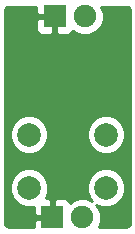
<source format=gbl>
G04 #@! TF.FileFunction,Copper,L2,Bot,Signal*
%FSLAX46Y46*%
G04 Gerber Fmt 4.6, Leading zero omitted, Abs format (unit mm)*
G04 Created by KiCad (PCBNEW (2016-06-01 BZR 6870, Git 0ccd3bb)-product) date 07/21/16 14:30:39*
%MOMM*%
%LPD*%
G01*
G04 APERTURE LIST*
%ADD10C,0.150000*%
%ADD11C,2.000000*%
%ADD12R,1.900000X1.900000*%
%ADD13C,1.900000*%
%ADD14C,0.600000*%
%ADD15C,0.254000*%
G04 APERTURE END LIST*
D10*
D11*
X62750000Y-41500000D03*
X62750000Y-46000000D03*
X69250000Y-41500000D03*
X69250000Y-46000000D03*
D12*
X64730000Y-48500000D03*
D13*
X67270000Y-48500000D03*
D12*
X64930000Y-31500000D03*
D13*
X67470000Y-31500000D03*
D14*
X65649999Y-43575001D03*
X68972589Y-38887101D03*
X67096445Y-35396445D03*
D15*
G36*
X63345000Y-31214250D02*
X63503750Y-31373000D01*
X64803000Y-31373000D01*
X64803000Y-31353000D01*
X65057000Y-31353000D01*
X65057000Y-31373000D01*
X65077000Y-31373000D01*
X65077000Y-31627000D01*
X65057000Y-31627000D01*
X65057000Y-32926250D01*
X65215750Y-33085000D01*
X66006309Y-33085000D01*
X66239698Y-32988327D01*
X66418327Y-32809699D01*
X66453375Y-32725086D01*
X66570997Y-32842914D01*
X67153341Y-33084724D01*
X67783893Y-33085275D01*
X68366657Y-32844481D01*
X68812914Y-32399003D01*
X69054724Y-31816659D01*
X69055275Y-31186107D01*
X68848221Y-30685000D01*
X70932534Y-30685000D01*
X71115409Y-30721376D01*
X71213250Y-30786751D01*
X71278624Y-30884590D01*
X71315000Y-31067466D01*
X71315000Y-48932534D01*
X71278624Y-49115410D01*
X71213250Y-49213249D01*
X71115409Y-49278624D01*
X70932534Y-49315000D01*
X68647795Y-49315000D01*
X68854724Y-48816659D01*
X68855275Y-48186107D01*
X68614481Y-47603343D01*
X68449300Y-47437873D01*
X68923352Y-47634716D01*
X69573795Y-47635284D01*
X70174943Y-47386894D01*
X70635278Y-46927363D01*
X70884716Y-46326648D01*
X70885284Y-45676205D01*
X70636894Y-45075057D01*
X70177363Y-44614722D01*
X69576648Y-44365284D01*
X68926205Y-44364716D01*
X68325057Y-44613106D01*
X67864722Y-45072637D01*
X67615284Y-45673352D01*
X67614716Y-46323795D01*
X67863106Y-46924943D01*
X68042341Y-47104491D01*
X67586659Y-46915276D01*
X66956107Y-46914725D01*
X66373343Y-47155519D01*
X66253481Y-47275171D01*
X66218327Y-47190301D01*
X66039698Y-47011673D01*
X65806309Y-46915000D01*
X65015750Y-46915000D01*
X64857000Y-47073750D01*
X64857000Y-48373000D01*
X64877000Y-48373000D01*
X64877000Y-48627000D01*
X64857000Y-48627000D01*
X64857000Y-48647000D01*
X64603000Y-48647000D01*
X64603000Y-48627000D01*
X63303750Y-48627000D01*
X63145000Y-48785750D01*
X63145000Y-49315000D01*
X61067466Y-49315000D01*
X60884590Y-49278624D01*
X60786751Y-49213250D01*
X60721376Y-49115409D01*
X60685000Y-48932534D01*
X60685000Y-46323795D01*
X61114716Y-46323795D01*
X61363106Y-46924943D01*
X61822637Y-47385278D01*
X62423352Y-47634716D01*
X63073795Y-47635284D01*
X63145000Y-47605863D01*
X63145000Y-48214250D01*
X63303750Y-48373000D01*
X64603000Y-48373000D01*
X64603000Y-47073750D01*
X64444250Y-46915000D01*
X64140412Y-46915000D01*
X64384716Y-46326648D01*
X64385284Y-45676205D01*
X64136894Y-45075057D01*
X63677363Y-44614722D01*
X63076648Y-44365284D01*
X62426205Y-44364716D01*
X61825057Y-44613106D01*
X61364722Y-45072637D01*
X61115284Y-45673352D01*
X61114716Y-46323795D01*
X60685000Y-46323795D01*
X60685000Y-41823795D01*
X61114716Y-41823795D01*
X61363106Y-42424943D01*
X61822637Y-42885278D01*
X62423352Y-43134716D01*
X63073795Y-43135284D01*
X63674943Y-42886894D01*
X64135278Y-42427363D01*
X64384716Y-41826648D01*
X64384718Y-41823795D01*
X67614716Y-41823795D01*
X67863106Y-42424943D01*
X68322637Y-42885278D01*
X68923352Y-43134716D01*
X69573795Y-43135284D01*
X70174943Y-42886894D01*
X70635278Y-42427363D01*
X70884716Y-41826648D01*
X70885284Y-41176205D01*
X70636894Y-40575057D01*
X70177363Y-40114722D01*
X69576648Y-39865284D01*
X68926205Y-39864716D01*
X68325057Y-40113106D01*
X67864722Y-40572637D01*
X67615284Y-41173352D01*
X67614716Y-41823795D01*
X64384718Y-41823795D01*
X64385284Y-41176205D01*
X64136894Y-40575057D01*
X63677363Y-40114722D01*
X63076648Y-39865284D01*
X62426205Y-39864716D01*
X61825057Y-40113106D01*
X61364722Y-40572637D01*
X61115284Y-41173352D01*
X61114716Y-41823795D01*
X60685000Y-41823795D01*
X60685000Y-31785750D01*
X63345000Y-31785750D01*
X63345000Y-32576310D01*
X63441673Y-32809699D01*
X63620302Y-32988327D01*
X63853691Y-33085000D01*
X64644250Y-33085000D01*
X64803000Y-32926250D01*
X64803000Y-31627000D01*
X63503750Y-31627000D01*
X63345000Y-31785750D01*
X60685000Y-31785750D01*
X60685000Y-31067466D01*
X60721376Y-30884591D01*
X60786751Y-30786750D01*
X60884590Y-30721376D01*
X61067466Y-30685000D01*
X63345000Y-30685000D01*
X63345000Y-31214250D01*
X63345000Y-31214250D01*
G37*
X63345000Y-31214250D02*
X63503750Y-31373000D01*
X64803000Y-31373000D01*
X64803000Y-31353000D01*
X65057000Y-31353000D01*
X65057000Y-31373000D01*
X65077000Y-31373000D01*
X65077000Y-31627000D01*
X65057000Y-31627000D01*
X65057000Y-32926250D01*
X65215750Y-33085000D01*
X66006309Y-33085000D01*
X66239698Y-32988327D01*
X66418327Y-32809699D01*
X66453375Y-32725086D01*
X66570997Y-32842914D01*
X67153341Y-33084724D01*
X67783893Y-33085275D01*
X68366657Y-32844481D01*
X68812914Y-32399003D01*
X69054724Y-31816659D01*
X69055275Y-31186107D01*
X68848221Y-30685000D01*
X70932534Y-30685000D01*
X71115409Y-30721376D01*
X71213250Y-30786751D01*
X71278624Y-30884590D01*
X71315000Y-31067466D01*
X71315000Y-48932534D01*
X71278624Y-49115410D01*
X71213250Y-49213249D01*
X71115409Y-49278624D01*
X70932534Y-49315000D01*
X68647795Y-49315000D01*
X68854724Y-48816659D01*
X68855275Y-48186107D01*
X68614481Y-47603343D01*
X68449300Y-47437873D01*
X68923352Y-47634716D01*
X69573795Y-47635284D01*
X70174943Y-47386894D01*
X70635278Y-46927363D01*
X70884716Y-46326648D01*
X70885284Y-45676205D01*
X70636894Y-45075057D01*
X70177363Y-44614722D01*
X69576648Y-44365284D01*
X68926205Y-44364716D01*
X68325057Y-44613106D01*
X67864722Y-45072637D01*
X67615284Y-45673352D01*
X67614716Y-46323795D01*
X67863106Y-46924943D01*
X68042341Y-47104491D01*
X67586659Y-46915276D01*
X66956107Y-46914725D01*
X66373343Y-47155519D01*
X66253481Y-47275171D01*
X66218327Y-47190301D01*
X66039698Y-47011673D01*
X65806309Y-46915000D01*
X65015750Y-46915000D01*
X64857000Y-47073750D01*
X64857000Y-48373000D01*
X64877000Y-48373000D01*
X64877000Y-48627000D01*
X64857000Y-48627000D01*
X64857000Y-48647000D01*
X64603000Y-48647000D01*
X64603000Y-48627000D01*
X63303750Y-48627000D01*
X63145000Y-48785750D01*
X63145000Y-49315000D01*
X61067466Y-49315000D01*
X60884590Y-49278624D01*
X60786751Y-49213250D01*
X60721376Y-49115409D01*
X60685000Y-48932534D01*
X60685000Y-46323795D01*
X61114716Y-46323795D01*
X61363106Y-46924943D01*
X61822637Y-47385278D01*
X62423352Y-47634716D01*
X63073795Y-47635284D01*
X63145000Y-47605863D01*
X63145000Y-48214250D01*
X63303750Y-48373000D01*
X64603000Y-48373000D01*
X64603000Y-47073750D01*
X64444250Y-46915000D01*
X64140412Y-46915000D01*
X64384716Y-46326648D01*
X64385284Y-45676205D01*
X64136894Y-45075057D01*
X63677363Y-44614722D01*
X63076648Y-44365284D01*
X62426205Y-44364716D01*
X61825057Y-44613106D01*
X61364722Y-45072637D01*
X61115284Y-45673352D01*
X61114716Y-46323795D01*
X60685000Y-46323795D01*
X60685000Y-41823795D01*
X61114716Y-41823795D01*
X61363106Y-42424943D01*
X61822637Y-42885278D01*
X62423352Y-43134716D01*
X63073795Y-43135284D01*
X63674943Y-42886894D01*
X64135278Y-42427363D01*
X64384716Y-41826648D01*
X64384718Y-41823795D01*
X67614716Y-41823795D01*
X67863106Y-42424943D01*
X68322637Y-42885278D01*
X68923352Y-43134716D01*
X69573795Y-43135284D01*
X70174943Y-42886894D01*
X70635278Y-42427363D01*
X70884716Y-41826648D01*
X70885284Y-41176205D01*
X70636894Y-40575057D01*
X70177363Y-40114722D01*
X69576648Y-39865284D01*
X68926205Y-39864716D01*
X68325057Y-40113106D01*
X67864722Y-40572637D01*
X67615284Y-41173352D01*
X67614716Y-41823795D01*
X64384718Y-41823795D01*
X64385284Y-41176205D01*
X64136894Y-40575057D01*
X63677363Y-40114722D01*
X63076648Y-39865284D01*
X62426205Y-39864716D01*
X61825057Y-40113106D01*
X61364722Y-40572637D01*
X61115284Y-41173352D01*
X61114716Y-41823795D01*
X60685000Y-41823795D01*
X60685000Y-31785750D01*
X63345000Y-31785750D01*
X63345000Y-32576310D01*
X63441673Y-32809699D01*
X63620302Y-32988327D01*
X63853691Y-33085000D01*
X64644250Y-33085000D01*
X64803000Y-32926250D01*
X64803000Y-31627000D01*
X63503750Y-31627000D01*
X63345000Y-31785750D01*
X60685000Y-31785750D01*
X60685000Y-31067466D01*
X60721376Y-30884591D01*
X60786751Y-30786750D01*
X60884590Y-30721376D01*
X61067466Y-30685000D01*
X63345000Y-30685000D01*
X63345000Y-31214250D01*
M02*

</source>
